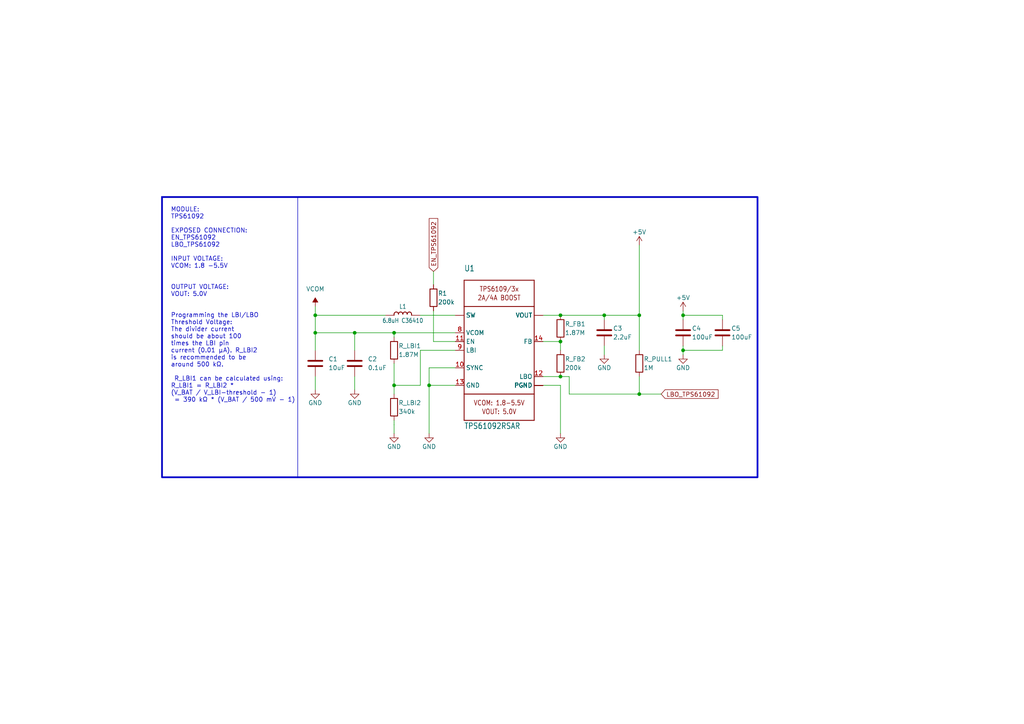
<source format=kicad_sch>
(kicad_sch (version 20230121) (generator eeschema)
  (paper "A4")
  (lib_symbols
    (symbol "AI_EINK-eagle-import:microbuilder_INDUCTORTDK_VLC5045"
      (property "Reference" "L" (at 0 2.54 0))
      (symbol "microbuilder_INDUCTORTDK_VLC5045_1_0"
        (arc (start -1.27 0.3173) (mid -1.9049 0.9497) (end -2.54 0.3175) (stroke (width 0.254)))
        (polyline (pts (xy -2.54 0.3175) (xy -2.54 0)) (stroke (width 0.254)))
        (polyline (pts (xy 2.54 0.3175) (xy 2.54 0)) (stroke (width 0.254)))
        (arc (start 0 0.3173) (mid -0.6349 0.9497) (end -1.27 0.3175) (stroke (width 0.254)))
        (arc (start 1.27 0.3173) (mid 0.6351 0.9497) (end 0 0.3175) (stroke (width 0.254)))
        (arc (start 2.54 0.3173) (mid 1.9051 0.9497) (end 1.27 0.3175) (stroke (width 0.254)))
        (pin passive line (at -5.08 0 0) (length 2.54) (name "1") (number "P$1"))
        (pin passive line (at 5.08 0 180) (length 2.54) (name "2") (number "P$2"))
      )
    )
    (symbol "AI_EINK-eagle-import:microbuilder_VREG_TPS6103X"
      (property "Reference" "U1" (at -10.16 22.86 0))
      (property "Value" "TPS61092RSAR" (at -10.16 -22.86 0))
      (symbol "microbuilder_VREG_TPS6103X_1_0"
        (polyline (pts (xy -10.16 -20.32) (xy 10.16 -20.32)) (stroke (width 0.254)))
        (polyline (pts (xy -10.16 -12.7) (xy -10.16 -20.32)) (stroke (width 0.254)))
        (polyline (pts (xy -10.16 -12.7) (xy -10.16 12.7)) (stroke (width 0.254)))
        (polyline (pts (xy -10.16 12.7) (xy -10.16 20.32)) (stroke (width 0.254)))
        (polyline (pts (xy -10.16 12.7) (xy 10.16 12.7)) (stroke (width 0.254)))
        (polyline (pts (xy -10.16 20.32) (xy 10.16 20.32)) (stroke (width 0.254)))
        (polyline (pts (xy 10.16 -20.32) (xy 10.16 -12.7)) (stroke (width 0.254)))
        (polyline (pts (xy 10.16 -12.7) (xy -10.16 -12.7)) (stroke (width 0.254)))
        (polyline (pts (xy 10.16 12.7) (xy 10.16 -12.7)) (stroke (width 0.254)))
        (polyline (pts (xy 10.16 20.32) (xy 10.16 12.7)) (stroke (width 0.254)))
        (text "2A/4A BOOST" (at 0 15.24 0) (effects (font (size 1.4224 1.209))))
        (text "TPS6109/3x" (at 0 17.78 0) (effects (font (size 1.4224 1.209))))
        (text "VCOM: 1.8-5.5V" (at 0 -15.24 0) (effects (font (size 1.4224 1.209))))
        (text "VOUT: 5.0V" (at 0 -17.78 0) (effects (font (size 1.4224 1.209))))
        (pin power_in line (at 12.7 10.16 180) (length 2.54) (name "VOUT") (number "1"))
        (pin input line (at -12.7 -5.08 0) (length 2.54) (name "SYNC") (number "10"))
        (pin input line (at -12.7 2.54 0) (length 2.54) (name "EN") (number "11"))
        (pin output line (at 12.7 -7.62 180) (length 2.54) (name "LBO") (number "12"))
        (pin power_in line (at -12.7 -10.16 0) (length 2.54) (name "GND") (number "13"))
        (pin input line (at 12.7 2.54 180) (length 2.54) (name "FB") (number "14"))
        (pin power_in line (at 12.7 10.16 180) (length 2.54) (name "VOUT") (number "15"))
        (pin power_in line (at 12.7 10.16 180) (length 2.54) (name "VOUT") (number "16"))
        (pin input line (at -12.7 10.16 0) (length 2.54) (name "SW") (number "3"))
        (pin input line (at -12.7 10.16 0) (length 2.54) (name "SW") (number "4"))
        (pin power_in line (at 12.7 -10.16 180) (length 2.54) (name "PGND") (number "5"))
        (pin power_in line (at 12.7 -10.16 180) (length 2.54) (name "PGND") (number "6"))
        (pin power_in line (at 12.7 -10.16 180) (length 2.54) (name "PGND") (number "7"))
        (pin input line (at -12.7 5.08 0) (length 2.54) (name "VCOM") (number "8"))
        (pin input line (at -12.7 0 0) (length 2.54) (name "LBI") (number "9"))
        (pin power_in line (at 12.7 -10.16 180) (length 2.54) (name "PGND") (number "P$18"))
        (pin power_in line (at 12.7 -10.16 180) (length 2.54) (name "PGND") (number "P$19"))
        (pin power_in line (at 12.7 -10.16 180) (length 2.54) (name "PGND") (number "P$20"))
        (pin power_in line (at 12.7 -10.16 180) (length 2.54) (name "PGND") (number "P$21"))
        (pin power_in line (at 12.7 -10.16 180) (length 2.54) (name "PGND") (number "P$22"))
        (pin power_in line (at 12.7 -10.16 180) (length 2.54) (name "PGND") (number "THERMAL"))
      )
    )
    (symbol "Device:C" (pin_numbers hide) (pin_names (offset 0.254))
      (property "Reference" "C" (at 0.635 2.54 0))
      (property "Value" "C" (at 0.635 -2.54 0))
      (symbol "C_0_1"
        (polyline (pts (xy -2.032 -0.762) (xy 2.032 -0.762)) (stroke (width 0.508)))
        (polyline (pts (xy -2.032 0.762) (xy 2.032 0.762)) (stroke (width 0.508)))
      )
      (symbol "C_1_1"
        (pin passive line (at 0 3.81 270) (length 2.794) (name "~") (number "1"))
        (pin passive line (at 0 -3.81 90) (length 2.794) (name "~") (number "2"))
      )
    )
    (symbol "Device:R" (pin_numbers hide) (pin_names (offset 0))
      (property "Reference" "R" (at 2.032 0 90))
      (property "Value" "R" (at 0 0 90))
      (symbol "R_0_1"
        (rectangle (start -1.016 -2.54) (end 1.016 2.54) (stroke (width 0.254)))
      )
      (symbol "R_1_1"
        (pin passive line (at 0 3.81 270) (length 1.27) (name "~") (number "1"))
        (pin passive line (at 0 -3.81 90) (length 1.27) (name "~") (number "2"))
      )
    )
    (symbol "power:+5V" (power) (pin_names (offset 0))
      (property "Value" "+5V" (at 0 3.556 0))
      (symbol "+5V_0_1"
        (polyline (pts (xy -0.762 1.27) (xy 0 2.54)))
        (polyline (pts (xy 0 0) (xy 0 2.54)))
        (polyline (pts (xy 0 2.54) (xy 0.762 1.27)))
      )
      (symbol "+5V_1_1"
        (pin power_in line (at 0 0 90) (length 0) hide (name "+5V") (number "1"))
      )
    )
    (symbol "power:GND" (power) (pin_names (offset 0))
      (property "Value" "GND" (at 0 -3.81 0))
      (symbol "GND_0_1"
        (polyline (pts (xy 0 0) (xy 0 -1.27) (xy 1.27 -1.27) (xy 0 -2.54) (xy -1.27 -1.27) (xy 0 -1.27)))
      )
      (symbol "GND_1_1"
        (pin power_in line (at 0 0 270) (length 0) hide (name "GND") (number "1"))
      )
    )
    (symbol "power:VCOM" (power) (pin_names (offset 0))
      (property "Value" "VCOM" (at 0 3.81 0))
      (symbol "VCOM_0_1"
        (polyline (pts (xy 0 0) (xy 0 2.54)))
        (polyline (pts (xy 0.762 1.27) (xy -0.762 1.27) (xy 0 2.54) (xy 0.762 1.27)) (fill (type outline)))
      )
      (symbol "VCOM_1_1"
        (pin power_in line (at 0 0 90) (length 0) hide (name "VCOM") (number "1"))
      )
    )
  )
  (junction (at 162.56 99.06))
  (junction (at 185.42 91.44))
  (junction (at 114.3 111.76))
  (junction (at 198.12 101.6))
  (junction (at 91.44 91.44))
  (junction (at 91.44 96.52))
  (junction (at 162.56 91.44))
  (junction (at 162.56 109.22))
  (junction (at 175.26 91.44))
  (junction (at 198.12 91.44))
  (junction (at 102.87 96.52))
  (junction (at 114.3 96.52))
  (junction (at 124.46 111.76))
  (junction (at 185.42 114.3))
  (wire (pts (xy 132.08 101.6) (xy 121.92 101.6)) (stroke (width 0.1524)))
  (wire (pts (xy 102.87 113.03) (xy 102.87 109.22)))
  (wire (pts (xy 175.26 100.33) (xy 175.26 102.87)))
  (wire (pts (xy 198.12 91.44) (xy 209.55 91.44)))
  (wire (pts (xy 132.08 106.68) (xy 124.46 106.68)) (stroke (width 0.1524)))
  (wire (pts (xy 157.48 91.44) (xy 162.56 91.44)) (stroke (width 0.1524)))
  (wire (pts (xy 124.46 106.68) (xy 124.46 111.76)) (stroke (width 0.1524)))
  (wire (pts (xy 175.26 91.44) (xy 185.42 91.44)) (stroke (width 0.1524)))
  (wire (pts (xy 175.26 92.71) (xy 175.26 91.44)) (stroke (width 0.1524)))
  (wire (pts (xy 102.87 96.52) (xy 114.3 96.52)) (stroke (width 0.1524)))
  (wire (pts (xy 198.12 101.6) (xy 209.55 101.6)))
  (wire (pts (xy 198.12 90.17) (xy 198.12 91.44)))
  (wire (pts (xy 121.92 111.76) (xy 114.3 111.76)) (stroke (width 0.1524)))
  (wire (pts (xy 121.92 111.76) (xy 121.92 101.6)) (stroke (width 0.1524)))
  (wire (pts (xy 198.12 101.6) (xy 198.12 102.87)))
  (wire (pts (xy 157.48 111.76) (xy 162.56 111.76)) (stroke (width 0.1524)))
  (wire (pts (xy 157.48 99.06) (xy 162.56 99.06)))
  (wire (pts (xy 198.12 100.33) (xy 198.12 101.6)))
  (wire (pts (xy 91.44 96.52) (xy 91.44 101.6)) (stroke (width 0.1524)))
  (wire (pts (xy 165.1 109.22) (xy 165.1 114.3)) (stroke (width 0.1524)))
  (wire (pts (xy 209.55 91.44) (xy 209.55 92.71)))
  (wire (pts (xy 165.1 114.3) (xy 185.42 114.3)) (stroke (width 0.1524)))
  (wire (pts (xy 132.08 91.44) (xy 121.92 91.44)) (stroke (width 0.1524)))
  (wire (pts (xy 125.73 78.74) (xy 125.73 82.55)) (stroke (width 0.1524)))
  (wire (pts (xy 111.76 91.44) (xy 91.44 91.44)) (stroke (width 0.1524)))
  (wire (pts (xy 209.55 100.33) (xy 209.55 101.6)))
  (wire (pts (xy 185.42 109.22) (xy 185.42 114.3)))
  (wire (pts (xy 91.44 91.44) (xy 91.44 88.9)) (stroke (width 0.1524)))
  (wire (pts (xy 124.46 111.76) (xy 124.46 125.73)) (stroke (width 0.1524)))
  (wire (pts (xy 102.87 101.6) (xy 102.87 96.52)) (stroke (width 0.1524)))
  (wire (pts (xy 91.44 91.44) (xy 91.44 96.52)) (stroke (width 0.1524)))
  (wire (pts (xy 198.12 91.44) (xy 198.12 92.71)))
  (wire (pts (xy 114.3 105.41) (xy 114.3 111.76)) (stroke (width 0.1524)))
  (wire (pts (xy 114.3 111.76) (xy 114.3 114.3)) (stroke (width 0.1524)))
  (wire (pts (xy 132.08 99.06) (xy 125.73 99.06)) (stroke (width 0.1524)))
  (wire (pts (xy 114.3 121.92) (xy 114.3 123.19)))
  (wire (pts (xy 162.56 91.44) (xy 175.26 91.44)) (stroke (width 0.1524)))
  (wire (pts (xy 132.08 111.76) (xy 124.46 111.76)) (stroke (width 0.1524)))
  (wire (pts (xy 185.42 114.3) (xy 191.77 114.3)) (stroke (width 0.1524)))
  (wire (pts (xy 102.87 96.52) (xy 91.44 96.52)) (stroke (width 0.1524)))
  (wire (pts (xy 162.56 111.76) (xy 162.56 125.73)) (stroke (width 0.1524)))
  (wire (pts (xy 114.3 125.73) (xy 114.3 123.19)) (stroke (width 0.1524)))
  (wire (pts (xy 91.44 113.03) (xy 91.44 109.22)))
  (wire (pts (xy 157.48 109.22) (xy 162.56 109.22)) (stroke (width 0.1524)))
  (wire (pts (xy 185.42 71.12) (xy 185.42 91.44)) (stroke (width 0.1524)))
  (wire (pts (xy 125.73 90.17) (xy 125.73 99.06)) (stroke (width 0.1524)))
  (wire (pts (xy 162.56 109.22) (xy 165.1 109.22)) (stroke (width 0.1524)))
  (wire (pts (xy 114.3 96.52) (xy 114.3 97.79)))
  (wire (pts (xy 162.56 99.06) (xy 162.56 101.6)))
  (wire (pts (xy 185.42 91.44) (xy 185.42 101.6)) (stroke (width 0.1524)))
  (wire (pts (xy 114.3 96.52) (xy 132.08 96.52)) (stroke (width 0.1524)))
  (rectangle (start 46.99 57.15) (end 219.71 138.43) (stroke (width 0.5)))
  (rectangle (start 46.99 57.15) (end 86.36 138.43))
  (text "MODULE:\nTPS61092\n\nEXPOSED CONNECTION: \nEN_TPS61092\nLBO_TPS61092\n\nINPUT VOLTAGE:\nVCOM: 1.8 -5.5V\n\n\nOUTPUT VOLTAGE:\nVOUT: 5.0V\n\n\nProgramming the LBI/LBO \nThreshold Voltage:\nThe divider current \nshould be about 100 \ntimes the LBI pin \ncurrent (0.01 μA). R_LBI2 \nis recommended to be \naround 500 kΩ.\n\n R_LBI1 can be calculated using:\nR_LBI1 = R_LBI2 * \n(V_BAT / V_LBI-threshold - 1)\n = 390 kΩ * (V_BAT / 500 mV - 1)\n" (at 49.53 116.84 0) (effects (font (size 1.27 1.27)) (justify left bottom)))
  (global_label "EN_TPS61092" (shape input) (at 125.73 78.74 90) (property "Intersheetrefs" "${INTERSHEET_REFS}" (effects hide)))
  (global_label "LBO_TPS61092" (shape input) (at 191.77 114.3 0) (property "Intersheetrefs" "${INTERSHEET_REFS}" (effects hide)))
  (symbol (lib_id "Device:R") (at 162.56 95.25 0) (unit 1)
    (property "Reference" "R_FB1" (at 163.83 93.98 0) (effects (justify left)))
    (property "Value" "1.87M" (at 163.83 96.52 0) (effects (justify left)))
    (property "Footprint" "Resistor_SMD:R_01005_0402Metric" (effects hide))
  )
  (symbol (lib_id "Device:R") (at 114.3 118.11 0) (unit 1)
    (property "Reference" "R_LBI2" (at 115.57 116.84 0) (effects (justify left)))
    (property "Value" "340k" (at 115.57 119.38 0) (effects (justify left)))
    (property "Footprint" "Resistor_SMD:R_01005_0402Metric" (effects hide))
  )
  (symbol (lib_id "power:GND") (at 175.26 102.87 0) (unit 1)
    (property "Reference" "#PWR07" (effects hide))
    (property "Value" "GND" (at 175.26 106.68 0))
  )
  (symbol (lib_id "power:GND") (at 102.87 113.03 0) (unit 1)
    (property "Reference" "#PWR03" (effects hide))
    (property "Value" "GND" (at 102.87 116.84 0))
  )
  (symbol (lib_id "power:GND") (at 198.12 102.87 0) (unit 1)
    (property "Reference" "#PWR010" (effects hide))
    (property "Value" "GND" (at 198.12 106.68 0))
  )
  (symbol (lib_id "power:GND") (at 162.56 125.73 0) (unit 1)
    (property "Reference" "#PWR06" (effects hide))
    (property "Value" "GND" (at 162.56 129.54 0))
  )
  (symbol (lib_id "Device:R") (at 162.56 105.41 0) (unit 1)
    (property "Reference" "R_FB2" (at 163.83 104.14 0) (effects (justify left)))
    (property "Value" "200k" (at 163.83 106.68 0) (effects (justify left)))
    (property "Footprint" "Resistor_SMD:R_01005_0402Metric" (effects hide))
  )
  (symbol (lib_id "AI_EINK-eagle-import:microbuilder_VREG_TPS6103X") (at 144.78 101.6 0) (unit 1)
    (property "Reference" "U1" (at 134.62 78.74 0) (effects (font (size 1.6764 1.4249)) (justify left bottom)))
    (property "Value" "TPS61092RSAR" (at 134.62 124.46 0) (effects (font (size 1.6764 1.4249)) (justify left bottom)))
    (property "Footprint" "AI_EINK:PVQFN-16" (effects hide))
  )
  (symbol (lib_id "Device:C") (at 102.87 105.41 0) (unit 1)
    (property "Reference" "C2" (at 106.68 104.14 0) (effects (justify left)))
    (property "Value" "0.1uF" (at 106.68 106.68 0) (effects (justify left)))
    (property "Footprint" "Capacitor_SMD:C_0402_1005Metric" (effects hide))
  )
  (symbol (lib_id "Device:C") (at 91.44 105.41 0) (unit 1)
    (property "Reference" "C1" (at 95.25 104.14 0) (effects (justify left)))
    (property "Value" "10uF" (at 95.25 106.68 0) (effects (justify left)))
    (property "Footprint" "Capacitor_SMD:C_0402_1005Metric" (effects hide))
  )
  (symbol (lib_id "power:VCOM") (at 91.44 88.9 0) (unit 1)
    (property "Reference" "#PWR01" (effects hide))
    (property "Value" "VCOM" (at 91.44 83.82 0))
  )
  (symbol (lib_id "AI_EINK-eagle-import:microbuilder_INDUCTORTDK_VLC5045") (at 116.84 91.44 0) (unit 1)
    (property "Reference" "L1" (at 116.84 88.9 0) (effects (font (size 1.27 1.0795))))
    (property "Value" "6.8uH C36410" (at 116.84 92.98 0) (effects (font (size 1.27 1.0795))))
    (property "Footprint" "AI_EINK:INDUCTOR_5X5MM_TDK_VLC5045" (effects hide))
  )
  (symbol (lib_id "power:GND") (at 124.46 125.73 0) (unit 1)
    (property "Reference" "#PWR05" (effects hide))
    (property "Value" "GND" (at 124.46 129.54 0))
  )
  (symbol (lib_id "Device:C") (at 198.12 96.52 0) (unit 1)
    (property "Reference" "C4" (at 200.66 95.25 0) (effects (justify left)))
    (property "Value" "100uF" (at 200.66 97.79 0) (effects (justify left)))
    (property "Footprint" "Capacitor_SMD:C_1210_3225Metric" (effects hide))
  )
  (symbol (lib_id "Device:C") (at 209.55 96.52 0) (unit 1)
    (property "Reference" "C5" (at 212.09 95.25 0) (effects (justify left)))
    (property "Value" "100uF" (at 212.09 97.79 0) (effects (justify left)))
    (property "Footprint" "Capacitor_SMD:C_1210_3225Metric" (effects hide))
  )
  (symbol (lib_id "power:GND") (at 91.44 113.03 0) (unit 1)
    (property "Reference" "#PWR02" (effects hide))
    (property "Value" "GND" (at 91.44 116.84 0))
  )
  (symbol (lib_id "Device:R") (at 185.42 105.41 0) (unit 1)
    (property "Reference" "R_PULL1" (at 186.69 104.14 0) (effects (justify left)))
    (property "Value" "1M" (at 186.69 106.68 0) (effects (justify left)))
    (property "Footprint" "Resistor_SMD:R_01005_0402Metric" (effects hide))
  )
  (symbol (lib_id "Device:R") (at 125.73 86.36 0) (unit 1)
    (property "Reference" "R1" (at 127 85.09 0) (effects (justify left)))
    (property "Value" "200k" (at 127 87.63 0) (effects (justify left)))
    (property "Footprint" "Resistor_SMD:R_01005_0402Metric" (effects hide))
  )
  (symbol (lib_id "power:+5V") (at 185.42 71.12 0) (unit 1)
    (property "Reference" "#PWR08" (effects hide))
    (property "Value" "+5V" (at 185.42 67.31 0))
  )
  (symbol (lib_id "power:+5V") (at 198.12 90.17 0) (unit 1)
    (property "Reference" "#PWR09" (effects hide))
    (property "Value" "+5V" (at 198.12 86.36 0))
  )
  (symbol (lib_id "Device:R") (at 114.3 101.6 0) (unit 1)
    (property "Reference" "R_LBI1" (at 115.57 100.33 0) (effects (justify left)))
    (property "Value" "1.87M" (at 115.57 102.87 0) (effects (justify left)))
    (property "Footprint" "Resistor_SMD:R_01005_0402Metric" (effects hide))
  )
  (symbol (lib_id "power:GND") (at 114.3 125.73 0) (unit 1)
    (property "Reference" "#PWR04" (effects hide))
    (property "Value" "GND" (at 114.3 129.54 0))
  )
  (symbol (lib_id "Device:C") (at 175.26 96.52 0) (unit 1)
    (property "Reference" "C3" (at 177.8 95.25 0) (effects (justify left)))
    (property "Value" "2.2uF" (at 177.8 97.79 0) (effects (justify left)))
    (property "Footprint" "Capacitor_SMD:C_0402_1005Metric" (effects hide))
  )
)
</source>
